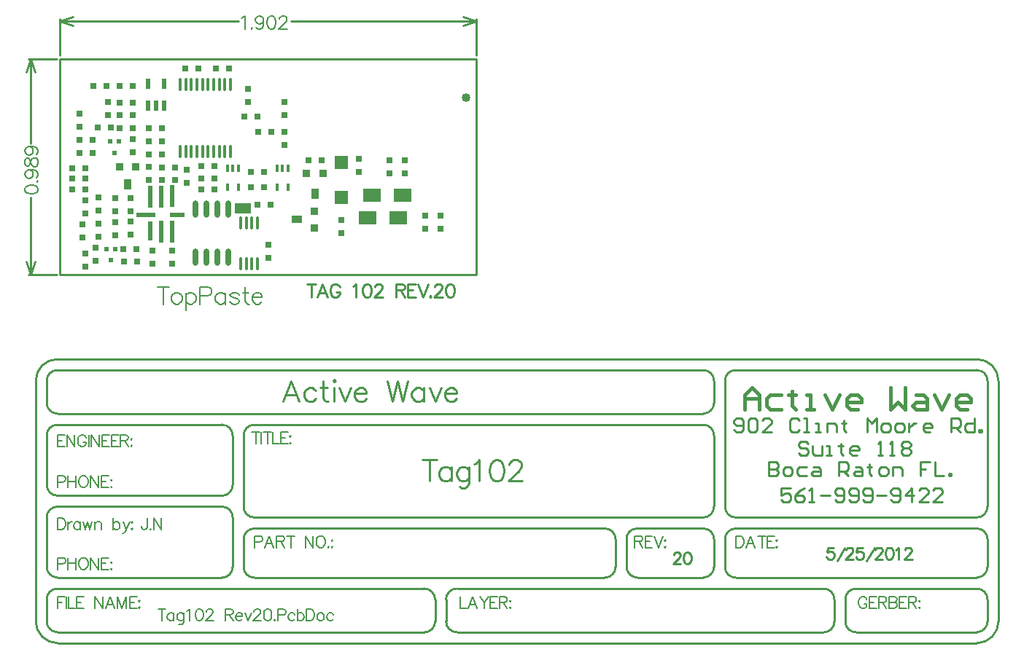
<source format=gtp>
%FSLAX25Y25*%
%MOIN*%
G70*
G01*
G75*
G04 Layer_Color=8421504*
%ADD10C,0.03000*%
%ADD11R,0.03600X0.03600*%
%ADD12R,0.05000X0.03600*%
%ADD13R,0.08000X0.06000*%
%ADD14R,0.02362X0.02362*%
%ADD15C,0.04000*%
%ADD16R,0.07400X0.04500*%
%ADD17R,0.03600X0.03600*%
%ADD18R,0.03600X0.05000*%
%ADD19R,0.02000X0.05000*%
%ADD20R,0.06299X0.05906*%
%ADD21R,0.02362X0.10000*%
%ADD22R,0.02362X0.09000*%
%ADD23R,0.07000X0.02362*%
%ADD24R,0.09000X0.02362*%
%ADD25O,0.02400X0.08000*%
%ADD26R,0.01378X0.03543*%
%ADD27R,0.01378X0.03543*%
%ADD28O,0.01600X0.06000*%
%ADD29O,0.01600X0.06000*%
%ADD30R,0.03000X0.03000*%
%ADD31R,0.03000X0.03000*%
%ADD32C,0.01000*%
%ADD33C,0.01228*%
%ADD34C,0.02000*%
%ADD35C,0.01200*%
%ADD36C,0.00800*%
%ADD37C,0.01400*%
%ADD38C,0.01500*%
%ADD39C,0.02500*%
%ADD40C,0.01600*%
%ADD41C,0.00600*%
%ADD42C,0.00900*%
%ADD43C,0.00500*%
%ADD44C,0.12200*%
%ADD45C,0.07000*%
%ADD46O,0.04000X0.06000*%
%ADD47C,0.06200*%
%ADD48R,0.06200X0.06200*%
%ADD49C,0.06000*%
%ADD50C,0.02800*%
%ADD51R,0.05700X0.03500*%
%ADD52R,0.07000X0.07000*%
%ADD53R,0.06693X0.09055*%
%ADD54R,0.23622X0.11811*%
%ADD55R,0.16000X0.18000*%
%ADD56R,0.20000X0.10000*%
%ADD57C,0.02000*%
%ADD58C,0.03200*%
%ADD59C,0.00984*%
%ADD60C,0.03500*%
%ADD61R,0.05500X0.07800*%
%ADD62R,0.05500X0.08300*%
D11*
X-69200Y-59500D02*
D03*
Y-52000D02*
D03*
D12*
X-77200Y-55700D02*
D03*
D13*
X-29000Y-44500D02*
D03*
X-43000D02*
D03*
X-31000Y-55000D02*
D03*
X-45000D02*
D03*
D14*
X-164200Y-69300D02*
D03*
X-160263D02*
D03*
X-162232Y-74418D02*
D03*
X-160632Y-25218D02*
D03*
X-158663Y-20100D02*
D03*
X-162600D02*
D03*
D15*
X0Y0D02*
D03*
D16*
X-101700Y-50800D02*
D03*
D17*
X-65200Y-34500D02*
D03*
X-72680D02*
D03*
X-158200Y-31800D02*
D03*
X-150700D02*
D03*
D18*
X-68940Y-43949D02*
D03*
X-154500Y-39800D02*
D03*
D19*
X-145200Y-3500D02*
D03*
Y6500D02*
D03*
X-137700D02*
D03*
X-141500Y-3500D02*
D03*
X-137700D02*
D03*
D20*
X-56800Y-45600D02*
D03*
Y-29600D02*
D03*
D21*
X-139200Y-61406D02*
D03*
X-134200D02*
D03*
X-134300Y-45100D02*
D03*
X-139200Y-45200D02*
D03*
X-144200D02*
D03*
D22*
Y-60906D02*
D03*
D23*
X-131993Y-53568D02*
D03*
D24*
X-146193Y-53568D02*
D03*
D25*
X-108500Y-73100D02*
D03*
X-118500Y-51100D02*
D03*
X-108500D02*
D03*
X-113500D02*
D03*
X-123500D02*
D03*
X-113500Y-73100D02*
D03*
X-118500D02*
D03*
X-123500D02*
D03*
D26*
X-108959Y-32169D02*
D03*
X-106400D02*
D03*
X-108959Y-40831D02*
D03*
X-103841D02*
D03*
X-81141D02*
D03*
X-86259D02*
D03*
X-83700Y-32169D02*
D03*
X-86259D02*
D03*
D27*
X-103841Y-32169D02*
D03*
X-81141D02*
D03*
D28*
X-122854Y-24709D02*
D03*
X-117736Y6000D02*
D03*
X-107500Y-24709D02*
D03*
X-122854Y6000D02*
D03*
X-112618D02*
D03*
X-120295Y-24709D02*
D03*
X-117736D02*
D03*
X-115177Y6000D02*
D03*
X-112618Y-24709D02*
D03*
X-110059D02*
D03*
X-107500Y6000D02*
D03*
X-130532D02*
D03*
X-127972Y-24709D02*
D03*
X-120295Y6000D02*
D03*
X-110059D02*
D03*
X-125413D02*
D03*
X-127972D02*
D03*
X-130532Y-24709D02*
D03*
X-115177D02*
D03*
X-125413D02*
D03*
D29*
X-102877Y-57200D02*
D03*
X-100318Y-75885D02*
D03*
X-97759D02*
D03*
X-102877D02*
D03*
X-95200Y-57200D02*
D03*
X-97759D02*
D03*
X-95200Y-75885D02*
D03*
X-100318Y-57200D02*
D03*
D30*
X-56700Y-62000D02*
D03*
Y-56000D02*
D03*
X-173900Y-77400D02*
D03*
Y-71400D02*
D03*
X-167700Y-45500D02*
D03*
Y-51500D02*
D03*
X-160200Y-46000D02*
D03*
Y-52000D02*
D03*
X-167800Y-63500D02*
D03*
Y-57500D02*
D03*
X-153300Y-56500D02*
D03*
Y-62500D02*
D03*
X-160200Y-57100D02*
D03*
Y-63100D02*
D03*
X-82700Y-15500D02*
D03*
Y-21500D02*
D03*
X-138700Y-26000D02*
D03*
Y-20000D02*
D03*
X-143259Y-69941D02*
D03*
Y-75941D02*
D03*
X-127500Y-39000D02*
D03*
Y-33000D02*
D03*
X-134259Y-75941D02*
D03*
Y-69941D02*
D03*
X-48700Y-28000D02*
D03*
Y-34000D02*
D03*
X-170400Y-19400D02*
D03*
Y-25400D02*
D03*
X-169200Y-74500D02*
D03*
Y-68500D02*
D03*
X-99600Y4100D02*
D03*
Y-1900D02*
D03*
X-82800Y-8000D02*
D03*
Y-2000D02*
D03*
X-176400Y-13400D02*
D03*
Y-7400D02*
D03*
X-173900Y-47100D02*
D03*
Y-53100D02*
D03*
X-176400Y-25400D02*
D03*
Y-19400D02*
D03*
X-163400Y-7900D02*
D03*
Y-1900D02*
D03*
X-144700Y-37800D02*
D03*
Y-31800D02*
D03*
X-152100Y-19100D02*
D03*
Y-25100D02*
D03*
X-175200Y-57906D02*
D03*
Y-63906D02*
D03*
X-90213Y-73300D02*
D03*
Y-67300D02*
D03*
X-153200Y-52000D02*
D03*
Y-46000D02*
D03*
X-144700Y-20000D02*
D03*
Y-26000D02*
D03*
X-35000Y-34500D02*
D03*
Y-28500D02*
D03*
X-28000D02*
D03*
Y-34500D02*
D03*
X-11500Y-60000D02*
D03*
Y-54000D02*
D03*
X-18500D02*
D03*
Y-60000D02*
D03*
D31*
X-179900Y-37100D02*
D03*
X-173900D02*
D03*
Y-42100D02*
D03*
X-179900D02*
D03*
X-98300Y-41100D02*
D03*
X-92300D02*
D03*
Y-34100D02*
D03*
X-98300D02*
D03*
X-138700Y-37500D02*
D03*
X-132700D02*
D03*
X-152200Y5500D02*
D03*
X-158200D02*
D03*
X-95200Y-49000D02*
D03*
X-89200D02*
D03*
X-122300Y13400D02*
D03*
X-128300D02*
D03*
X-114200Y13500D02*
D03*
X-108200D02*
D03*
X-94700Y-15500D02*
D03*
X-88700D02*
D03*
X-114800Y-31300D02*
D03*
X-120800D02*
D03*
X-162300Y-13800D02*
D03*
X-168300D02*
D03*
X-101300Y-8500D02*
D03*
X-95300D02*
D03*
X-156259Y-74941D02*
D03*
X-150259D02*
D03*
X-114700Y-37000D02*
D03*
X-120700D02*
D03*
X-179900Y-32200D02*
D03*
X-173900D02*
D03*
X-114700Y-42000D02*
D03*
X-120700D02*
D03*
X-158100Y-14100D02*
D03*
X-152100D02*
D03*
X-156400Y-69200D02*
D03*
X-150400D02*
D03*
X-158100Y-8100D02*
D03*
X-152100D02*
D03*
X-158100Y-2300D02*
D03*
X-152100D02*
D03*
X-164200Y5500D02*
D03*
X-170200D02*
D03*
X-65700Y-28500D02*
D03*
X-71700D02*
D03*
X-132700Y-32000D02*
D03*
X-138700D02*
D03*
X-144700Y-14000D02*
D03*
X-138700D02*
D03*
D32*
X-200000Y17800D02*
X-186900D01*
X-200000Y-81100D02*
X-186900D01*
X-199000Y-20838D02*
Y17800D01*
Y-81100D02*
Y-45662D01*
X-201000Y11800D02*
X-199000Y17800D01*
X-197000Y11800D01*
X-199000Y-81100D02*
X-197000Y-75100D01*
X-201000D02*
X-199000Y-81100D01*
X4800Y19300D02*
Y36000D01*
X-185400Y19300D02*
Y36000D01*
X-79817Y35000D02*
X4800D01*
X-185400D02*
X-103983D01*
X-1200Y37000D02*
X4800Y35000D01*
X-1200Y33000D02*
X4800Y35000D01*
X-185400D02*
X-179400Y33000D01*
X-185400Y35000D02*
X-179400Y37000D01*
X4800Y-81100D02*
Y17800D01*
X-185400D02*
X4800D01*
X-185400Y-81100D02*
X4800D01*
X-185400D02*
Y17800D01*
X-70600Y-85201D02*
Y-91200D01*
X-72600Y-85201D02*
X-68601D01*
X-63316Y-91200D02*
X-65601Y-85201D01*
X-67887Y-91200D01*
X-67030Y-89200D02*
X-64173D01*
X-57632Y-86629D02*
X-57917Y-86058D01*
X-58489Y-85487D01*
X-59060Y-85201D01*
X-60203D01*
X-60774Y-85487D01*
X-61345Y-86058D01*
X-61631Y-86629D01*
X-61917Y-87486D01*
Y-88915D01*
X-61631Y-89772D01*
X-61345Y-90343D01*
X-60774Y-90914D01*
X-60203Y-91200D01*
X-59060D01*
X-58489Y-90914D01*
X-57917Y-90343D01*
X-57632Y-89772D01*
Y-88915D01*
X-59060D02*
X-57632D01*
X-51547Y-86344D02*
X-50976Y-86058D01*
X-50119Y-85201D01*
Y-91200D01*
X-45434Y-85201D02*
X-46291Y-85487D01*
X-46863Y-86344D01*
X-47148Y-87772D01*
Y-88629D01*
X-46863Y-90057D01*
X-46291Y-90914D01*
X-45434Y-91200D01*
X-44863D01*
X-44006Y-90914D01*
X-43435Y-90057D01*
X-43149Y-88629D01*
Y-87772D01*
X-43435Y-86344D01*
X-44006Y-85487D01*
X-44863Y-85201D01*
X-45434D01*
X-41521Y-86629D02*
Y-86344D01*
X-41235Y-85773D01*
X-40950Y-85487D01*
X-40378Y-85201D01*
X-39236D01*
X-38664Y-85487D01*
X-38379Y-85773D01*
X-38093Y-86344D01*
Y-86915D01*
X-38379Y-87486D01*
X-38950Y-88344D01*
X-41807Y-91200D01*
X-37808D01*
X-31752Y-85201D02*
Y-91200D01*
Y-85201D02*
X-29181D01*
X-28324Y-85487D01*
X-28038Y-85773D01*
X-27753Y-86344D01*
Y-86915D01*
X-28038Y-87486D01*
X-28324Y-87772D01*
X-29181Y-88058D01*
X-31752D01*
X-29752D02*
X-27753Y-91200D01*
X-22696Y-85201D02*
X-26410D01*
Y-91200D01*
X-22696D01*
X-26410Y-88058D02*
X-24125D01*
X-21697Y-85201D02*
X-19411Y-91200D01*
X-17126Y-85201D02*
X-19411Y-91200D01*
X-16069Y-90629D02*
X-16355Y-90914D01*
X-16069Y-91200D01*
X-15784Y-90914D01*
X-16069Y-90629D01*
X-14184Y-86629D02*
Y-86344D01*
X-13898Y-85773D01*
X-13613Y-85487D01*
X-13041Y-85201D01*
X-11899D01*
X-11327Y-85487D01*
X-11042Y-85773D01*
X-10756Y-86344D01*
Y-86915D01*
X-11042Y-87486D01*
X-11613Y-88344D01*
X-14470Y-91200D01*
X-10470D01*
X-7414Y-85201D02*
X-8271Y-85487D01*
X-8842Y-86344D01*
X-9128Y-87772D01*
Y-88629D01*
X-8842Y-90057D01*
X-8271Y-90914D01*
X-7414Y-91200D01*
X-6843D01*
X-5986Y-90914D01*
X-5414Y-90057D01*
X-5129Y-88629D01*
Y-87772D01*
X-5414Y-86344D01*
X-5986Y-85487D01*
X-6843Y-85201D01*
X-7414D01*
X-14008Y-229618D02*
G03*
X-19008Y-224618I-5000J0D01*
G01*
X-18892Y-244618D02*
G03*
X-14010Y-239650I84J4800D01*
G01*
X-4008Y-224618D02*
G03*
X-9008Y-229618I0J-5000D01*
G01*
Y-239618D02*
G03*
X-4095Y-244617I5000J0D01*
G01*
X168492Y-229618D02*
G03*
X163492Y-224618I-5000J0D01*
G01*
X163608Y-244618D02*
G03*
X168490Y-239650I84J4800D01*
G01*
X173492Y-239718D02*
G03*
X178478Y-244617I4900J0D01*
G01*
X178492Y-224618D02*
G03*
X173492Y-229618I0J-5000D01*
G01*
X-106508Y-154518D02*
G03*
X-111408Y-149618I-4900J0D01*
G01*
X-111308Y-182118D02*
G03*
X-106508Y-177318I0J4800D01*
G01*
Y-192018D02*
G03*
X-111579Y-187121I-4900J0D01*
G01*
X-101508Y-187218D02*
G03*
X-96608Y-192118I4900J0D01*
G01*
X-101508Y-214718D02*
G03*
X-96608Y-219618I4900J0D01*
G01*
X-111408D02*
G03*
X-106508Y-214718I0J4900D01*
G01*
X68492Y-202018D02*
G03*
X63592Y-197118I-4900J0D01*
G01*
Y-219618D02*
G03*
X68491Y-214632I0J4900D01*
G01*
X73492Y-214518D02*
G03*
X78503Y-219617I5100J0D01*
G01*
X78292Y-197118D02*
G03*
X73499Y-202169I0J-4800D01*
G01*
X-96508Y-197118D02*
G03*
X-101508Y-202118I0J-5000D01*
G01*
X-96508Y-149618D02*
G03*
X-101508Y-154618I0J-5000D01*
G01*
X-191508Y-214618D02*
G03*
X-186595Y-219617I5000J0D01*
G01*
X-186508Y-187118D02*
G03*
X-191508Y-192118I0J-5000D01*
G01*
Y-177118D02*
G03*
X-186508Y-182118I5000J0D01*
G01*
Y-149618D02*
G03*
X-191508Y-154618I0J-5000D01*
G01*
Y-139618D02*
G03*
X-186508Y-144618I5000J0D01*
G01*
Y-124618D02*
G03*
X-191508Y-129618I0J-5000D01*
G01*
X113492D02*
G03*
X108492Y-124618I-5000J0D01*
G01*
X123492D02*
G03*
X118492Y-129618I0J-5000D01*
G01*
X108492Y-144618D02*
G03*
X113492Y-139618I0J5000D01*
G01*
Y-154618D02*
G03*
X108492Y-149618I-5000J0D01*
G01*
X-186508Y-224618D02*
G03*
X-191508Y-229618I0J-5000D01*
G01*
X108579Y-192118D02*
G03*
X113493Y-187118I-87J5000D01*
G01*
X-191508Y-239618D02*
G03*
X-186595Y-244617I5000J0D01*
G01*
X113492Y-202018D02*
G03*
X108592Y-197118I-4900J0D01*
G01*
X118492Y-214718D02*
G03*
X123477Y-219617I4900J0D01*
G01*
X108492Y-219618D02*
G03*
X113492Y-214618I0J5000D01*
G01*
X233492Y-244618D02*
G03*
X238492Y-239618I0J5000D01*
G01*
X238492Y-229530D02*
G03*
X233492Y-224617I-5000J-87D01*
G01*
Y-219618D02*
G03*
X238492Y-214618I0J5000D01*
G01*
Y-129518D02*
G03*
X233421Y-124621I-4900J0D01*
G01*
X243492Y-129618D02*
G03*
X233492Y-119618I-10000J0D01*
G01*
Y-249618D02*
G03*
X243492Y-239618I0J10000D01*
G01*
X-196508Y-239518D02*
G03*
X-186584Y-249616I10100J0D01*
G01*
X-186508Y-119618D02*
G03*
X-196508Y-129618I0J-10000D01*
G01*
X118492Y-187118D02*
G03*
X123492Y-192118I5000J0D01*
G01*
X233492D02*
G03*
X238492Y-187118I0J5000D01*
G01*
X123492Y-197118D02*
G03*
X118492Y-202118I0J-5000D01*
G01*
X238492Y-202018D02*
G03*
X233592Y-197118I-4900J0D01*
G01*
X-4008Y-244618D02*
X163492D01*
X-186508D02*
X-19008D01*
X-186508Y-224618D02*
X-19008D01*
X-4008D02*
X163492D01*
X178492Y-244618D02*
X233492D01*
X178492Y-224618D02*
X233492D01*
X-186508Y-124618D02*
X108492D01*
X-186508Y-249618D02*
X233492D01*
X-186508Y-119618D02*
X233492D01*
X-186508Y-219618D02*
X-111508D01*
X-186508Y-187118D02*
X-111508D01*
X-186508Y-182118D02*
X-111508D01*
X-186508Y-149618D02*
X-111508D01*
X-186508Y-144618D02*
X108492D01*
X-96508Y-149618D02*
X108492D01*
X-96508Y-197118D02*
X63492D01*
X-96508Y-219618D02*
X63492D01*
X78492D02*
X108492D01*
X78492Y-197118D02*
X108492D01*
X123492Y-219618D02*
X233492D01*
X123492Y-124618D02*
X233492D01*
X-96508Y-192118D02*
X108492D01*
X123492D02*
X233492D01*
X123492Y-197118D02*
X233492D01*
X-14008Y-239618D02*
Y-229618D01*
X-9008Y-239618D02*
Y-229618D01*
X168492Y-239618D02*
Y-229618D01*
X173492Y-239618D02*
Y-229618D01*
X243492Y-239618D02*
Y-129618D01*
X-191508Y-214618D02*
Y-192118D01*
X-106508Y-214618D02*
Y-192118D01*
X-191508Y-177118D02*
Y-154618D01*
X-106508Y-177118D02*
Y-154618D01*
X-191508Y-139618D02*
Y-129618D01*
X113492Y-139618D02*
Y-129618D01*
Y-187118D02*
Y-154618D01*
X-101508Y-187118D02*
Y-154618D01*
X68492Y-214618D02*
Y-202118D01*
X-101508Y-214618D02*
Y-202118D01*
X73492Y-214618D02*
Y-202118D01*
X113492Y-214618D02*
Y-202118D01*
X238492Y-239618D02*
Y-229618D01*
X-191508Y-239618D02*
Y-229618D01*
X-196508Y-239618D02*
Y-129618D01*
X118492Y-187118D02*
Y-129618D01*
X238492Y-187118D02*
Y-129618D01*
X118492Y-214618D02*
Y-202118D01*
X238492Y-214618D02*
Y-202018D01*
X138652Y-166692D02*
Y-173090D01*
X141851D01*
X142918Y-172023D01*
Y-170957D01*
X141851Y-169891D01*
X138652D01*
X141851D01*
X142918Y-168825D01*
Y-167758D01*
X141851Y-166692D01*
X138652D01*
X146116Y-173090D02*
X148249D01*
X149316Y-172023D01*
Y-169891D01*
X148249Y-168825D01*
X146116D01*
X145050Y-169891D01*
Y-172023D01*
X146116Y-173090D01*
X155713Y-168825D02*
X152514D01*
X151448Y-169891D01*
Y-172023D01*
X152514Y-173090D01*
X155713D01*
X158912Y-168825D02*
X161045D01*
X162111Y-169891D01*
Y-173090D01*
X158912D01*
X157846Y-172023D01*
X158912Y-170957D01*
X162111D01*
X170642Y-173090D02*
Y-166692D01*
X173841D01*
X174907Y-167758D01*
Y-169891D01*
X173841Y-170957D01*
X170642D01*
X172775D02*
X174907Y-173090D01*
X178106Y-168825D02*
X180239D01*
X181305Y-169891D01*
Y-173090D01*
X178106D01*
X177040Y-172023D01*
X178106Y-170957D01*
X181305D01*
X184504Y-167758D02*
Y-168825D01*
X183438D01*
X185570D01*
X184504D01*
Y-172023D01*
X185570Y-173090D01*
X189836D02*
X191968D01*
X193035Y-172023D01*
Y-169891D01*
X191968Y-168825D01*
X189836D01*
X188769Y-169891D01*
Y-172023D01*
X189836Y-173090D01*
X195167D02*
Y-168825D01*
X198366D01*
X199433Y-169891D01*
Y-173090D01*
X212228Y-166692D02*
X207963D01*
Y-169891D01*
X210096D01*
X207963D01*
Y-173090D01*
X214361Y-166692D02*
Y-173090D01*
X218626D01*
X220759D02*
Y-172023D01*
X221825D01*
Y-173090D01*
X220759D01*
X122652Y-152023D02*
X123719Y-153090D01*
X125851D01*
X126918Y-152023D01*
Y-147758D01*
X125851Y-146692D01*
X123719D01*
X122652Y-147758D01*
Y-148825D01*
X123719Y-149891D01*
X126918D01*
X129050Y-147758D02*
X130116Y-146692D01*
X132249D01*
X133316Y-147758D01*
Y-152023D01*
X132249Y-153090D01*
X130116D01*
X129050Y-152023D01*
Y-147758D01*
X139713Y-153090D02*
X135448D01*
X139713Y-148825D01*
Y-147758D01*
X138647Y-146692D01*
X136514D01*
X135448Y-147758D01*
X152509D02*
X151443Y-146692D01*
X149310D01*
X148244Y-147758D01*
Y-152023D01*
X149310Y-153090D01*
X151443D01*
X152509Y-152023D01*
X154642Y-153090D02*
X156774D01*
X155708D01*
Y-146692D01*
X154642D01*
X159974Y-153090D02*
X162106D01*
X161040D01*
Y-148825D01*
X159974D01*
X165305Y-153090D02*
Y-148825D01*
X168504D01*
X169570Y-149891D01*
Y-153090D01*
X172769Y-147758D02*
Y-148825D01*
X171703D01*
X173836D01*
X172769D01*
Y-152023D01*
X173836Y-153090D01*
X183433D02*
Y-146692D01*
X185565Y-148825D01*
X187698Y-146692D01*
Y-153090D01*
X190897D02*
X193029D01*
X194096Y-152023D01*
Y-149891D01*
X193029Y-148825D01*
X190897D01*
X189831Y-149891D01*
Y-152023D01*
X190897Y-153090D01*
X197295D02*
X199427D01*
X200494Y-152023D01*
Y-149891D01*
X199427Y-148825D01*
X197295D01*
X196228Y-149891D01*
Y-152023D01*
X197295Y-153090D01*
X202626Y-148825D02*
Y-153090D01*
Y-150957D01*
X203693Y-149891D01*
X204759Y-148825D01*
X205825D01*
X212223Y-153090D02*
X210091D01*
X209024Y-152023D01*
Y-149891D01*
X210091Y-148825D01*
X212223D01*
X213290Y-149891D01*
Y-150957D01*
X209024D01*
X221820Y-153090D02*
Y-146692D01*
X225019D01*
X226085Y-147758D01*
Y-149891D01*
X225019Y-150957D01*
X221820D01*
X223953D02*
X226085Y-153090D01*
X232483Y-146692D02*
Y-153090D01*
X229284D01*
X228218Y-152023D01*
Y-149891D01*
X229284Y-148825D01*
X232483D01*
X234616Y-153090D02*
Y-152023D01*
X235682D01*
Y-153090D01*
X234616D01*
X148417Y-178692D02*
X144152D01*
Y-181891D01*
X146285Y-180824D01*
X147351D01*
X148417Y-181891D01*
Y-184023D01*
X147351Y-185090D01*
X145219D01*
X144152Y-184023D01*
X154815Y-178692D02*
X152683Y-179758D01*
X150550Y-181891D01*
Y-184023D01*
X151617Y-185090D01*
X153749D01*
X154815Y-184023D01*
Y-182957D01*
X153749Y-181891D01*
X150550D01*
X156948Y-185090D02*
X159081D01*
X158014D01*
Y-178692D01*
X156948Y-179758D01*
X162280Y-181891D02*
X166545D01*
X168678Y-184023D02*
X169744Y-185090D01*
X171877D01*
X172943Y-184023D01*
Y-179758D01*
X171877Y-178692D01*
X169744D01*
X168678Y-179758D01*
Y-180824D01*
X169744Y-181891D01*
X172943D01*
X175076Y-184023D02*
X176142Y-185090D01*
X178275D01*
X179341Y-184023D01*
Y-179758D01*
X178275Y-178692D01*
X176142D01*
X175076Y-179758D01*
Y-180824D01*
X176142Y-181891D01*
X179341D01*
X181474Y-184023D02*
X182540Y-185090D01*
X184672D01*
X185739Y-184023D01*
Y-179758D01*
X184672Y-178692D01*
X182540D01*
X181474Y-179758D01*
Y-180824D01*
X182540Y-181891D01*
X185739D01*
X187871D02*
X192137D01*
X194269Y-184023D02*
X195336Y-185090D01*
X197468D01*
X198535Y-184023D01*
Y-179758D01*
X197468Y-178692D01*
X195336D01*
X194269Y-179758D01*
Y-180824D01*
X195336Y-181891D01*
X198535D01*
X203866Y-185090D02*
Y-178692D01*
X200667Y-181891D01*
X204933D01*
X211331Y-185090D02*
X207065D01*
X211331Y-180824D01*
Y-179758D01*
X210264Y-178692D01*
X208132D01*
X207065Y-179758D01*
X217728Y-185090D02*
X213463D01*
X217728Y-180824D01*
Y-179758D01*
X216662Y-178692D01*
X214529D01*
X213463Y-179758D01*
X156418Y-158258D02*
X155351Y-157192D01*
X153219D01*
X152152Y-158258D01*
Y-159325D01*
X153219Y-160391D01*
X155351D01*
X156418Y-161457D01*
Y-162523D01*
X155351Y-163590D01*
X153219D01*
X152152Y-162523D01*
X158550Y-159325D02*
Y-162523D01*
X159616Y-163590D01*
X162815D01*
Y-159325D01*
X164948Y-163590D02*
X167081D01*
X166014D01*
Y-159325D01*
X164948D01*
X171346Y-158258D02*
Y-159325D01*
X170280D01*
X172412D01*
X171346D01*
Y-162523D01*
X172412Y-163590D01*
X178810D02*
X176678D01*
X175611Y-162523D01*
Y-160391D01*
X176678Y-159325D01*
X178810D01*
X179877Y-160391D01*
Y-161457D01*
X175611D01*
X188407Y-163590D02*
X190540D01*
X189473D01*
Y-157192D01*
X188407Y-158258D01*
X193739Y-163590D02*
X195871D01*
X194805D01*
Y-157192D01*
X193739Y-158258D01*
X199070D02*
X200137Y-157192D01*
X202269D01*
X203336Y-158258D01*
Y-159325D01*
X202269Y-160391D01*
X203336Y-161457D01*
Y-162523D01*
X202269Y-163590D01*
X200137D01*
X199070Y-162523D01*
Y-161457D01*
X200137Y-160391D01*
X199070Y-159325D01*
Y-158258D01*
X200137Y-160391D02*
X202269D01*
D36*
X-138134Y-86502D02*
Y-94500D01*
X-140800Y-86502D02*
X-135468D01*
X-132611Y-89168D02*
X-133373Y-89549D01*
X-134135Y-90310D01*
X-134516Y-91453D01*
Y-92215D01*
X-134135Y-93357D01*
X-133373Y-94119D01*
X-132611Y-94500D01*
X-131469D01*
X-130707Y-94119D01*
X-129945Y-93357D01*
X-129564Y-92215D01*
Y-91453D01*
X-129945Y-90310D01*
X-130707Y-89549D01*
X-131469Y-89168D01*
X-132611D01*
X-127812D02*
Y-97166D01*
Y-90310D02*
X-127051Y-89549D01*
X-126289Y-89168D01*
X-125146D01*
X-124384Y-89549D01*
X-123623Y-90310D01*
X-123242Y-91453D01*
Y-92215D01*
X-123623Y-93357D01*
X-124384Y-94119D01*
X-125146Y-94500D01*
X-126289D01*
X-127051Y-94119D01*
X-127812Y-93357D01*
X-121528Y-90691D02*
X-118100D01*
X-116957Y-90310D01*
X-116577Y-89929D01*
X-116196Y-89168D01*
Y-88025D01*
X-116577Y-87264D01*
X-116957Y-86883D01*
X-118100Y-86502D01*
X-121528D01*
Y-94500D01*
X-109835Y-89168D02*
Y-94500D01*
Y-90310D02*
X-110597Y-89549D01*
X-111359Y-89168D01*
X-112501D01*
X-113263Y-89549D01*
X-114025Y-90310D01*
X-114406Y-91453D01*
Y-92215D01*
X-114025Y-93357D01*
X-113263Y-94119D01*
X-112501Y-94500D01*
X-111359D01*
X-110597Y-94119D01*
X-109835Y-93357D01*
X-103513Y-90310D02*
X-103894Y-89549D01*
X-105036Y-89168D01*
X-106179D01*
X-107322Y-89549D01*
X-107702Y-90310D01*
X-107322Y-91072D01*
X-106560Y-91453D01*
X-104655Y-91834D01*
X-103894Y-92215D01*
X-103513Y-92976D01*
Y-93357D01*
X-103894Y-94119D01*
X-105036Y-94500D01*
X-106179D01*
X-107322Y-94119D01*
X-107702Y-93357D01*
X-100694Y-86502D02*
Y-92976D01*
X-100313Y-94119D01*
X-99552Y-94500D01*
X-98790D01*
X-101837Y-89168D02*
X-99171D01*
X-97647Y-91453D02*
X-93077D01*
Y-90691D01*
X-93458Y-89929D01*
X-93839Y-89549D01*
X-94600Y-89168D01*
X-95743D01*
X-96505Y-89549D01*
X-97267Y-90310D01*
X-97647Y-91453D01*
Y-92215D01*
X-97267Y-93357D01*
X-96505Y-94119D01*
X-95743Y-94500D01*
X-94600D01*
X-93839Y-94119D01*
X-93077Y-93357D01*
X-145672Y-192391D02*
Y-196454D01*
X-145926Y-197215D01*
X-146180Y-197469D01*
X-146688Y-197723D01*
X-147196D01*
X-147704Y-197469D01*
X-147958Y-197215D01*
X-148212Y-196454D01*
Y-195946D01*
X-144047Y-197215D02*
X-144301Y-197469D01*
X-144047Y-197723D01*
X-143793Y-197469D01*
X-144047Y-197215D01*
X-142625Y-192391D02*
Y-197723D01*
Y-192391D02*
X-139070Y-197723D01*
Y-192391D02*
Y-197723D01*
D38*
X127652Y-142590D02*
Y-135925D01*
X130984Y-132593D01*
X134317Y-135925D01*
Y-142590D01*
Y-137591D01*
X127652D01*
X144314Y-135925D02*
X139315D01*
X137649Y-137591D01*
Y-140924D01*
X139315Y-142590D01*
X144314D01*
X149312Y-134259D02*
Y-135925D01*
X147646D01*
X150978D01*
X149312D01*
Y-140924D01*
X150978Y-142590D01*
X155976D02*
X159309D01*
X157643D01*
Y-135925D01*
X155976D01*
X164307D02*
X167639Y-142590D01*
X170972Y-135925D01*
X179302Y-142590D02*
X175970D01*
X174304Y-140924D01*
Y-137591D01*
X175970Y-135925D01*
X179302D01*
X180968Y-137591D01*
Y-139258D01*
X174304D01*
X194297Y-132593D02*
Y-142590D01*
X197630Y-139258D01*
X200962Y-142590D01*
Y-132593D01*
X205960Y-135925D02*
X209293D01*
X210959Y-137591D01*
Y-142590D01*
X205960D01*
X204294Y-140924D01*
X205960Y-139258D01*
X210959D01*
X214291Y-135925D02*
X217623Y-142590D01*
X220955Y-135925D01*
X229286Y-142590D02*
X225954D01*
X224288Y-140924D01*
Y-137591D01*
X225954Y-135925D01*
X229286D01*
X230952Y-137591D01*
Y-139258D01*
X224288D01*
D41*
X-201399Y-42348D02*
X-201114Y-43205D01*
X-200257Y-43776D01*
X-198828Y-44062D01*
X-197971D01*
X-196543Y-43776D01*
X-195686Y-43205D01*
X-195401Y-42348D01*
Y-41777D01*
X-195686Y-40920D01*
X-196543Y-40349D01*
X-197971Y-40063D01*
X-198828D01*
X-200257Y-40349D01*
X-201114Y-40920D01*
X-201399Y-41777D01*
Y-42348D01*
X-195972Y-38435D02*
X-195686Y-38720D01*
X-195401Y-38435D01*
X-195686Y-38149D01*
X-195972Y-38435D01*
X-199400Y-33121D02*
X-198543Y-33407D01*
X-197971Y-33978D01*
X-197686Y-34835D01*
Y-35121D01*
X-197971Y-35978D01*
X-198543Y-36549D01*
X-199400Y-36835D01*
X-199685D01*
X-200542Y-36549D01*
X-201114Y-35978D01*
X-201399Y-35121D01*
Y-34835D01*
X-201114Y-33978D01*
X-200542Y-33407D01*
X-199400Y-33121D01*
X-197971D01*
X-196543Y-33407D01*
X-195686Y-33978D01*
X-195401Y-34835D01*
Y-35407D01*
X-195686Y-36264D01*
X-196258Y-36549D01*
X-201399Y-30065D02*
X-201114Y-30922D01*
X-200542Y-31208D01*
X-199971D01*
X-199400Y-30922D01*
X-199114Y-30351D01*
X-198828Y-29208D01*
X-198543Y-28351D01*
X-197971Y-27780D01*
X-197400Y-27494D01*
X-196543D01*
X-195972Y-27780D01*
X-195686Y-28065D01*
X-195401Y-28922D01*
Y-30065D01*
X-195686Y-30922D01*
X-195972Y-31208D01*
X-196543Y-31493D01*
X-197400D01*
X-197971Y-31208D01*
X-198543Y-30636D01*
X-198828Y-29779D01*
X-199114Y-28637D01*
X-199400Y-28065D01*
X-199971Y-27780D01*
X-200542D01*
X-201114Y-28065D01*
X-201399Y-28922D01*
Y-30065D01*
X-199400Y-22438D02*
X-198543Y-22724D01*
X-197971Y-23295D01*
X-197686Y-24152D01*
Y-24438D01*
X-197971Y-25295D01*
X-198543Y-25866D01*
X-199400Y-26151D01*
X-199685D01*
X-200542Y-25866D01*
X-201114Y-25295D01*
X-201399Y-24438D01*
Y-24152D01*
X-201114Y-23295D01*
X-200542Y-22724D01*
X-199400Y-22438D01*
X-197971D01*
X-196543Y-22724D01*
X-195686Y-23295D01*
X-195401Y-24152D01*
Y-24723D01*
X-195686Y-25580D01*
X-196258Y-25866D01*
X-102383Y36257D02*
X-101812Y36542D01*
X-100955Y37399D01*
Y31401D01*
X-97699Y31972D02*
X-97984Y31686D01*
X-97699Y31401D01*
X-97413Y31686D01*
X-97699Y31972D01*
X-92386Y35400D02*
X-92671Y34543D01*
X-93243Y33972D01*
X-94099Y33686D01*
X-94385D01*
X-95242Y33972D01*
X-95814Y34543D01*
X-96099Y35400D01*
Y35685D01*
X-95814Y36542D01*
X-95242Y37114D01*
X-94385Y37399D01*
X-94099D01*
X-93243Y37114D01*
X-92671Y36542D01*
X-92386Y35400D01*
Y33972D01*
X-92671Y32543D01*
X-93243Y31686D01*
X-94099Y31401D01*
X-94671D01*
X-95528Y31686D01*
X-95814Y32258D01*
X-89043Y37399D02*
X-89900Y37114D01*
X-90472Y36257D01*
X-90757Y34828D01*
Y33972D01*
X-90472Y32543D01*
X-89900Y31686D01*
X-89043Y31401D01*
X-88472D01*
X-87615Y31686D01*
X-87044Y32543D01*
X-86758Y33972D01*
Y34828D01*
X-87044Y36257D01*
X-87615Y37114D01*
X-88472Y37399D01*
X-89043D01*
X-85130Y35971D02*
Y36257D01*
X-84844Y36828D01*
X-84559Y37114D01*
X-83987Y37399D01*
X-82845D01*
X-82274Y37114D01*
X-81988Y36828D01*
X-81702Y36257D01*
Y35685D01*
X-81988Y35114D01*
X-82559Y34257D01*
X-85416Y31401D01*
X-81416D01*
D42*
X-16501Y-165802D02*
Y-175400D01*
X-19700Y-165802D02*
X-13301D01*
X-6674Y-169001D02*
Y-175400D01*
Y-170372D02*
X-7588Y-169458D01*
X-8502Y-169001D01*
X-9873D01*
X-10788Y-169458D01*
X-11702Y-170372D01*
X-12159Y-171744D01*
Y-172658D01*
X-11702Y-174029D01*
X-10788Y-174943D01*
X-9873Y-175400D01*
X-8502D01*
X-7588Y-174943D01*
X-6674Y-174029D01*
X1370Y-169001D02*
Y-176314D01*
X913Y-177685D01*
X456Y-178142D01*
X-458Y-178599D01*
X-1830D01*
X-2744Y-178142D01*
X1370Y-170372D02*
X456Y-169458D01*
X-458Y-169001D01*
X-1830D01*
X-2744Y-169458D01*
X-3658Y-170372D01*
X-4115Y-171744D01*
Y-172658D01*
X-3658Y-174029D01*
X-2744Y-174943D01*
X-1830Y-175400D01*
X-458D01*
X456Y-174943D01*
X1370Y-174029D01*
X3929Y-167630D02*
X4843Y-167173D01*
X6214Y-165802D01*
Y-175400D01*
X13710Y-165802D02*
X12339Y-166259D01*
X11425Y-167630D01*
X10968Y-169915D01*
Y-171287D01*
X11425Y-173572D01*
X12339Y-174943D01*
X13710Y-175400D01*
X14624D01*
X15995Y-174943D01*
X16909Y-173572D01*
X17366Y-171287D01*
Y-169915D01*
X16909Y-167630D01*
X15995Y-166259D01*
X14624Y-165802D01*
X13710D01*
X19972Y-168087D02*
Y-167630D01*
X20428Y-166716D01*
X20886Y-166259D01*
X21800Y-165802D01*
X23628D01*
X24542Y-166259D01*
X24999Y-166716D01*
X25456Y-167630D01*
Y-168544D01*
X24999Y-169458D01*
X24085Y-170829D01*
X19514Y-175400D01*
X25913D01*
X-76195Y-139118D02*
X-79852Y-129520D01*
X-83508Y-139118D01*
X-82137Y-135918D02*
X-77566D01*
X-68471Y-134090D02*
X-69385Y-133176D01*
X-70300Y-132719D01*
X-71671D01*
X-72585Y-133176D01*
X-73499Y-134090D01*
X-73956Y-135461D01*
Y-136375D01*
X-73499Y-137747D01*
X-72585Y-138661D01*
X-71671Y-139118D01*
X-70300D01*
X-69385Y-138661D01*
X-68471Y-137747D01*
X-65043Y-129520D02*
Y-137290D01*
X-64586Y-138661D01*
X-63672Y-139118D01*
X-62758D01*
X-66415Y-132719D02*
X-63215D01*
X-60473Y-129520D02*
X-60016Y-129977D01*
X-59559Y-129520D01*
X-60016Y-129063D01*
X-60473Y-129520D01*
X-60016Y-132719D02*
Y-139118D01*
X-57868Y-132719D02*
X-55126Y-139118D01*
X-52383Y-132719D02*
X-55126Y-139118D01*
X-50829Y-135461D02*
X-45345D01*
Y-134547D01*
X-45802Y-133633D01*
X-46259Y-133176D01*
X-47173Y-132719D01*
X-48544D01*
X-49458Y-133176D01*
X-50372Y-134090D01*
X-50829Y-135461D01*
Y-136375D01*
X-50372Y-137747D01*
X-49458Y-138661D01*
X-48544Y-139118D01*
X-47173D01*
X-46259Y-138661D01*
X-45345Y-137747D01*
X-35747Y-129520D02*
X-33462Y-139118D01*
X-31176Y-129520D02*
X-33462Y-139118D01*
X-31176Y-129520D02*
X-28891Y-139118D01*
X-26606Y-129520D02*
X-28891Y-139118D01*
X-19202Y-132719D02*
Y-139118D01*
Y-134090D02*
X-20116Y-133176D01*
X-21030Y-132719D01*
X-22401D01*
X-23315Y-133176D01*
X-24229Y-134090D01*
X-24686Y-135461D01*
Y-136375D01*
X-24229Y-137747D01*
X-23315Y-138661D01*
X-22401Y-139118D01*
X-21030D01*
X-20116Y-138661D01*
X-19202Y-137747D01*
X-16642Y-132719D02*
X-13900Y-139118D01*
X-11158Y-132719D02*
X-13900Y-139118D01*
X-9604Y-135461D02*
X-4119D01*
Y-134547D01*
X-4576Y-133633D01*
X-5034Y-133176D01*
X-5948Y-132719D01*
X-7319D01*
X-8233Y-133176D01*
X-9147Y-134090D01*
X-9604Y-135461D01*
Y-136375D01*
X-9147Y-137747D01*
X-8233Y-138661D01*
X-7319Y-139118D01*
X-5948D01*
X-5034Y-138661D01*
X-4119Y-137747D01*
X94996Y-209305D02*
Y-209051D01*
X95250Y-208543D01*
X95504Y-208289D01*
X96012Y-208035D01*
X97027D01*
X97535Y-208289D01*
X97789Y-208543D01*
X98043Y-209051D01*
Y-209559D01*
X97789Y-210067D01*
X97281Y-210828D01*
X94742Y-213368D01*
X98297D01*
X101014Y-208035D02*
X100252Y-208289D01*
X99744Y-209051D01*
X99490Y-210321D01*
Y-211083D01*
X99744Y-212352D01*
X100252Y-213114D01*
X101014Y-213368D01*
X101522D01*
X102283Y-213114D01*
X102791Y-212352D01*
X103045Y-211083D01*
Y-210321D01*
X102791Y-209051D01*
X102283Y-208289D01*
X101522Y-208035D01*
X101014D01*
X168016Y-205831D02*
X165477D01*
X165223Y-208117D01*
X165477Y-207863D01*
X166239Y-207609D01*
X167000D01*
X167762Y-207863D01*
X168270Y-208370D01*
X168524Y-209132D01*
Y-209640D01*
X168270Y-210402D01*
X167762Y-210910D01*
X167000Y-211164D01*
X166239D01*
X165477Y-210910D01*
X165223Y-210656D01*
X164969Y-210148D01*
X169717Y-211925D02*
X173272Y-205831D01*
X173882Y-207101D02*
Y-206847D01*
X174135Y-206339D01*
X174389Y-206085D01*
X174897Y-205831D01*
X175913D01*
X176421Y-206085D01*
X176675Y-206339D01*
X176929Y-206847D01*
Y-207355D01*
X176675Y-207863D01*
X176167Y-208624D01*
X173628Y-211164D01*
X177182D01*
X181423Y-205831D02*
X178884D01*
X178630Y-208117D01*
X178884Y-207863D01*
X179646Y-207609D01*
X180407D01*
X181169Y-207863D01*
X181677Y-208370D01*
X181931Y-209132D01*
Y-209640D01*
X181677Y-210402D01*
X181169Y-210910D01*
X180407Y-211164D01*
X179646D01*
X178884Y-210910D01*
X178630Y-210656D01*
X178376Y-210148D01*
X183124Y-211925D02*
X186679Y-205831D01*
X187288Y-207101D02*
Y-206847D01*
X187542Y-206339D01*
X187796Y-206085D01*
X188304Y-205831D01*
X189320D01*
X189828Y-206085D01*
X190082Y-206339D01*
X190335Y-206847D01*
Y-207355D01*
X190082Y-207863D01*
X189574Y-208624D01*
X187034Y-211164D01*
X190589D01*
X193306Y-205831D02*
X192544Y-206085D01*
X192037Y-206847D01*
X191783Y-208117D01*
Y-208878D01*
X192037Y-210148D01*
X192544Y-210910D01*
X193306Y-211164D01*
X193814D01*
X194576Y-210910D01*
X195084Y-210148D01*
X195338Y-208878D01*
Y-208117D01*
X195084Y-206847D01*
X194576Y-206085D01*
X193814Y-205831D01*
X193306D01*
X196531Y-206847D02*
X197039Y-206593D01*
X197801Y-205831D01*
Y-211164D01*
X200695Y-207101D02*
Y-206847D01*
X200949Y-206339D01*
X201203Y-206085D01*
X201711Y-205831D01*
X202727D01*
X203234Y-206085D01*
X203488Y-206339D01*
X203742Y-206847D01*
Y-207355D01*
X203488Y-207863D01*
X202980Y-208624D01*
X200441Y-211164D01*
X203996D01*
D43*
X183301Y-229555D02*
X183047Y-229047D01*
X182539Y-228539D01*
X182031Y-228286D01*
X181016D01*
X180508Y-228539D01*
X180000Y-229047D01*
X179746Y-229555D01*
X179492Y-230317D01*
Y-231586D01*
X179746Y-232348D01*
X180000Y-232856D01*
X180508Y-233364D01*
X181016Y-233618D01*
X182031D01*
X182539Y-233364D01*
X183047Y-232856D01*
X183301Y-232348D01*
Y-231586D01*
X182031D02*
X183301D01*
X187820Y-228286D02*
X184520D01*
Y-233618D01*
X187820D01*
X184520Y-230825D02*
X186551D01*
X188709Y-228286D02*
Y-233618D01*
Y-228286D02*
X190994D01*
X191756Y-228539D01*
X192010Y-228793D01*
X192264Y-229301D01*
Y-229809D01*
X192010Y-230317D01*
X191756Y-230571D01*
X190994Y-230825D01*
X188709D01*
X190487D02*
X192264Y-233618D01*
X193457Y-228286D02*
Y-233618D01*
Y-228286D02*
X195743D01*
X196504Y-228539D01*
X196758Y-228793D01*
X197012Y-229301D01*
Y-229809D01*
X196758Y-230317D01*
X196504Y-230571D01*
X195743Y-230825D01*
X193457D02*
X195743D01*
X196504Y-231079D01*
X196758Y-231332D01*
X197012Y-231840D01*
Y-232602D01*
X196758Y-233110D01*
X196504Y-233364D01*
X195743Y-233618D01*
X193457D01*
X201506Y-228286D02*
X198205D01*
Y-233618D01*
X201506D01*
X198205Y-230825D02*
X200237D01*
X202395Y-228286D02*
Y-233618D01*
Y-228286D02*
X204680D01*
X205442Y-228539D01*
X205696Y-228793D01*
X205950Y-229301D01*
Y-229809D01*
X205696Y-230317D01*
X205442Y-230571D01*
X204680Y-230825D01*
X202395D01*
X204173D02*
X205950Y-233618D01*
X207397Y-230063D02*
X207143Y-230317D01*
X207397Y-230571D01*
X207651Y-230317D01*
X207397Y-230063D01*
Y-233110D02*
X207143Y-233364D01*
X207397Y-233618D01*
X207651Y-233364D01*
X207397Y-233110D01*
X-186508Y-228286D02*
Y-233618D01*
Y-228286D02*
X-183207D01*
X-186508Y-230825D02*
X-184477D01*
X-182598Y-228286D02*
Y-233618D01*
X-181481Y-228286D02*
Y-233618D01*
X-178434D01*
X-174549Y-228286D02*
X-177849D01*
Y-233618D01*
X-174549D01*
X-177849Y-230825D02*
X-175818D01*
X-169470Y-228286D02*
Y-233618D01*
Y-228286D02*
X-165916Y-233618D01*
Y-228286D02*
Y-233618D01*
X-160380D02*
X-162411Y-228286D01*
X-164443Y-233618D01*
X-163681Y-231840D02*
X-161142D01*
X-159136Y-228286D02*
Y-233618D01*
Y-228286D02*
X-157105Y-233618D01*
X-155073Y-228286D02*
X-157105Y-233618D01*
X-155073Y-228286D02*
Y-233618D01*
X-150249Y-228286D02*
X-153550D01*
Y-233618D01*
X-150249D01*
X-153550Y-230825D02*
X-151518D01*
X-149106Y-230063D02*
X-149360Y-230317D01*
X-149106Y-230571D01*
X-148852Y-230317D01*
X-149106Y-230063D01*
Y-233110D02*
X-149360Y-233364D01*
X-149106Y-233618D01*
X-148852Y-233364D01*
X-149106Y-233110D01*
X-186508Y-192286D02*
Y-197618D01*
Y-192286D02*
X-184731D01*
X-183969Y-192539D01*
X-183461Y-193047D01*
X-183207Y-193555D01*
X-182953Y-194317D01*
Y-195586D01*
X-183207Y-196348D01*
X-183461Y-196856D01*
X-183969Y-197364D01*
X-184731Y-197618D01*
X-186508D01*
X-181760Y-194063D02*
Y-197618D01*
Y-195586D02*
X-181506Y-194825D01*
X-180998Y-194317D01*
X-180490Y-194063D01*
X-179728D01*
X-176199D02*
Y-197618D01*
Y-194825D02*
X-176707Y-194317D01*
X-177215Y-194063D01*
X-177976D01*
X-178484Y-194317D01*
X-178992Y-194825D01*
X-179246Y-195586D01*
Y-196094D01*
X-178992Y-196856D01*
X-178484Y-197364D01*
X-177976Y-197618D01*
X-177215D01*
X-176707Y-197364D01*
X-176199Y-196856D01*
X-174777Y-194063D02*
X-173761Y-197618D01*
X-172746Y-194063D02*
X-173761Y-197618D01*
X-172746Y-194063D02*
X-171730Y-197618D01*
X-170714Y-194063D02*
X-171730Y-197618D01*
X-169470Y-194063D02*
Y-197618D01*
Y-195079D02*
X-168709Y-194317D01*
X-168201Y-194063D01*
X-167439D01*
X-166931Y-194317D01*
X-166677Y-195079D01*
Y-197618D01*
X-161091Y-192286D02*
Y-197618D01*
Y-194825D02*
X-160583Y-194317D01*
X-160075Y-194063D01*
X-159314D01*
X-158806Y-194317D01*
X-158298Y-194825D01*
X-158044Y-195586D01*
Y-196094D01*
X-158298Y-196856D01*
X-158806Y-197364D01*
X-159314Y-197618D01*
X-160075D01*
X-160583Y-197364D01*
X-161091Y-196856D01*
X-156648Y-194063D02*
X-155124Y-197618D01*
X-153601Y-194063D02*
X-155124Y-197618D01*
X-155632Y-198633D01*
X-156140Y-199141D01*
X-156648Y-199395D01*
X-156902D01*
X-152458Y-194063D02*
X-152712Y-194317D01*
X-152458Y-194571D01*
X-152204Y-194317D01*
X-152458Y-194063D01*
Y-197110D02*
X-152712Y-197364D01*
X-152458Y-197618D01*
X-152204Y-197364D01*
X-152458Y-197110D01*
X-95981Y-153035D02*
Y-158368D01*
X-97758Y-153035D02*
X-94203D01*
X-93568D02*
Y-158368D01*
X-90674Y-153035D02*
Y-158368D01*
X-92451Y-153035D02*
X-88896D01*
X-88262D02*
Y-158368D01*
X-85215D01*
X-81330Y-153035D02*
X-84631D01*
Y-158368D01*
X-81330D01*
X-84631Y-155575D02*
X-82599D01*
X-80187Y-154813D02*
X-80441Y-155067D01*
X-80187Y-155321D01*
X-79933Y-155067D01*
X-80187Y-154813D01*
Y-157860D02*
X-80441Y-158114D01*
X-80187Y-158368D01*
X-79933Y-158114D01*
X-80187Y-157860D01*
X-96508Y-203328D02*
X-94223D01*
X-93461Y-203075D01*
X-93207Y-202821D01*
X-92953Y-202313D01*
Y-201551D01*
X-93207Y-201043D01*
X-93461Y-200789D01*
X-94223Y-200535D01*
X-96508D01*
Y-205868D01*
X-87697D02*
X-89728Y-200535D01*
X-91760Y-205868D01*
X-90998Y-204090D02*
X-88459D01*
X-86453Y-200535D02*
Y-205868D01*
Y-200535D02*
X-84168D01*
X-83406Y-200789D01*
X-83152Y-201043D01*
X-82898Y-201551D01*
Y-202059D01*
X-83152Y-202567D01*
X-83406Y-202821D01*
X-84168Y-203075D01*
X-86453D01*
X-84676D02*
X-82898Y-205868D01*
X-79927Y-200535D02*
Y-205868D01*
X-81705Y-200535D02*
X-78150D01*
X-73326D02*
Y-205868D01*
Y-200535D02*
X-69771Y-205868D01*
Y-200535D02*
Y-205868D01*
X-66774Y-200535D02*
X-67282Y-200789D01*
X-67790Y-201297D01*
X-68044Y-201805D01*
X-68298Y-202567D01*
Y-203836D01*
X-68044Y-204598D01*
X-67790Y-205106D01*
X-67282Y-205614D01*
X-66774Y-205868D01*
X-65759D01*
X-65251Y-205614D01*
X-64743Y-205106D01*
X-64489Y-204598D01*
X-64235Y-203836D01*
Y-202567D01*
X-64489Y-201805D01*
X-64743Y-201297D01*
X-65251Y-200789D01*
X-65759Y-200535D01*
X-66774D01*
X-62737Y-205360D02*
X-62991Y-205614D01*
X-62737Y-205868D01*
X-62483Y-205614D01*
X-62737Y-205360D01*
X-61061Y-202313D02*
X-61315Y-202567D01*
X-61061Y-202821D01*
X-60808Y-202567D01*
X-61061Y-202313D01*
Y-205360D02*
X-61315Y-205614D01*
X-61061Y-205868D01*
X-60808Y-205614D01*
X-61061Y-205360D01*
X-183207Y-154286D02*
X-186508D01*
Y-159618D01*
X-183207D01*
X-186508Y-156825D02*
X-184477D01*
X-182318Y-154286D02*
Y-159618D01*
Y-154286D02*
X-178764Y-159618D01*
Y-154286D02*
Y-159618D01*
X-173482Y-155555D02*
X-173736Y-155047D01*
X-174244Y-154539D01*
X-174752Y-154286D01*
X-175767D01*
X-176275Y-154539D01*
X-176783Y-155047D01*
X-177037Y-155555D01*
X-177291Y-156317D01*
Y-157586D01*
X-177037Y-158348D01*
X-176783Y-158856D01*
X-176275Y-159364D01*
X-175767Y-159618D01*
X-174752D01*
X-174244Y-159364D01*
X-173736Y-158856D01*
X-173482Y-158348D01*
Y-157586D01*
X-174752D02*
X-173482D01*
X-172263Y-154286D02*
Y-159618D01*
X-171146Y-154286D02*
Y-159618D01*
Y-154286D02*
X-167591Y-159618D01*
Y-154286D02*
Y-159618D01*
X-162818Y-154286D02*
X-166119D01*
Y-159618D01*
X-162818D01*
X-166119Y-156825D02*
X-164087D01*
X-158628Y-154286D02*
X-161929D01*
Y-159618D01*
X-158628D01*
X-161929Y-156825D02*
X-159898D01*
X-157739Y-154286D02*
Y-159618D01*
Y-154286D02*
X-155454D01*
X-154692Y-154539D01*
X-154438Y-154793D01*
X-154185Y-155301D01*
Y-155809D01*
X-154438Y-156317D01*
X-154692Y-156571D01*
X-155454Y-156825D01*
X-157739D01*
X-155962D02*
X-154185Y-159618D01*
X-152737Y-156063D02*
X-152991Y-156317D01*
X-152737Y-156571D01*
X-152483Y-156317D01*
X-152737Y-156063D01*
Y-159110D02*
X-152991Y-159364D01*
X-152737Y-159618D01*
X-152483Y-159364D01*
X-152737Y-159110D01*
X-2508Y-228286D02*
Y-233618D01*
X539D01*
X5186D02*
X3154Y-228286D01*
X1123Y-233618D01*
X1885Y-231840D02*
X4424D01*
X6430Y-228286D02*
X8461Y-230825D01*
Y-233618D01*
X10492Y-228286D02*
X8461Y-230825D01*
X14479Y-228286D02*
X11178D01*
Y-233618D01*
X14479D01*
X11178Y-230825D02*
X13209D01*
X15368Y-228286D02*
Y-233618D01*
Y-228286D02*
X17653D01*
X18415Y-228539D01*
X18668Y-228793D01*
X18922Y-229301D01*
Y-229809D01*
X18668Y-230317D01*
X18415Y-230571D01*
X17653Y-230825D01*
X15368D01*
X17145D02*
X18922Y-233618D01*
X20370Y-230063D02*
X20116Y-230317D01*
X20370Y-230571D01*
X20624Y-230317D01*
X20370Y-230063D01*
Y-233110D02*
X20116Y-233364D01*
X20370Y-233618D01*
X20624Y-233364D01*
X20370Y-233110D01*
X-186508Y-213329D02*
X-184223D01*
X-183461Y-213075D01*
X-183207Y-212821D01*
X-182953Y-212313D01*
Y-211551D01*
X-183207Y-211043D01*
X-183461Y-210789D01*
X-184223Y-210536D01*
X-186508D01*
Y-215868D01*
X-181760Y-210536D02*
Y-215868D01*
X-178205Y-210536D02*
Y-215868D01*
X-181760Y-213075D02*
X-178205D01*
X-175209Y-210536D02*
X-175717Y-210789D01*
X-176224Y-211297D01*
X-176478Y-211805D01*
X-176732Y-212567D01*
Y-213836D01*
X-176478Y-214598D01*
X-176224Y-215106D01*
X-175717Y-215614D01*
X-175209Y-215868D01*
X-174193D01*
X-173685Y-215614D01*
X-173178Y-215106D01*
X-172924Y-214598D01*
X-172670Y-213836D01*
Y-212567D01*
X-172924Y-211805D01*
X-173178Y-211297D01*
X-173685Y-210789D01*
X-174193Y-210536D01*
X-175209D01*
X-171425D02*
Y-215868D01*
Y-210536D02*
X-167871Y-215868D01*
Y-210536D02*
Y-215868D01*
X-163097Y-210536D02*
X-166398D01*
Y-215868D01*
X-163097D01*
X-166398Y-213075D02*
X-164367D01*
X-161954Y-212313D02*
X-162208Y-212567D01*
X-161954Y-212821D01*
X-161700Y-212567D01*
X-161954Y-212313D01*
Y-215360D02*
X-162208Y-215614D01*
X-161954Y-215868D01*
X-161700Y-215614D01*
X-161954Y-215360D01*
X-186508Y-175829D02*
X-184223D01*
X-183461Y-175575D01*
X-183207Y-175321D01*
X-182953Y-174813D01*
Y-174051D01*
X-183207Y-173543D01*
X-183461Y-173289D01*
X-184223Y-173036D01*
X-186508D01*
Y-178368D01*
X-181760Y-173036D02*
Y-178368D01*
X-178205Y-173036D02*
Y-178368D01*
X-181760Y-175575D02*
X-178205D01*
X-175209Y-173036D02*
X-175717Y-173289D01*
X-176224Y-173797D01*
X-176478Y-174305D01*
X-176732Y-175067D01*
Y-176336D01*
X-176478Y-177098D01*
X-176224Y-177606D01*
X-175717Y-178114D01*
X-175209Y-178368D01*
X-174193D01*
X-173685Y-178114D01*
X-173178Y-177606D01*
X-172924Y-177098D01*
X-172670Y-176336D01*
Y-175067D01*
X-172924Y-174305D01*
X-173178Y-173797D01*
X-173685Y-173289D01*
X-174193Y-173036D01*
X-175209D01*
X-171425D02*
Y-178368D01*
Y-173036D02*
X-167871Y-178368D01*
Y-173036D02*
Y-178368D01*
X-163097Y-173036D02*
X-166398D01*
Y-178368D01*
X-163097D01*
X-166398Y-175575D02*
X-164367D01*
X-161954Y-174813D02*
X-162208Y-175067D01*
X-161954Y-175321D01*
X-161700Y-175067D01*
X-161954Y-174813D01*
Y-177860D02*
X-162208Y-178114D01*
X-161954Y-178368D01*
X-161700Y-178114D01*
X-161954Y-177860D01*
X77242Y-200535D02*
Y-205868D01*
Y-200535D02*
X79527D01*
X80289Y-200789D01*
X80543Y-201043D01*
X80797Y-201551D01*
Y-202059D01*
X80543Y-202567D01*
X80289Y-202821D01*
X79527Y-203075D01*
X77242D01*
X79019D02*
X80797Y-205868D01*
X85291Y-200535D02*
X81990D01*
Y-205868D01*
X85291D01*
X81990Y-203075D02*
X84022D01*
X86180Y-200535D02*
X88211Y-205868D01*
X90242Y-200535D02*
X88211Y-205868D01*
X91182Y-202313D02*
X90928Y-202567D01*
X91182Y-202821D01*
X91436Y-202567D01*
X91182Y-202313D01*
Y-205360D02*
X90928Y-205614D01*
X91182Y-205868D01*
X91436Y-205614D01*
X91182Y-205360D01*
X123492Y-200535D02*
Y-205868D01*
Y-200535D02*
X125269D01*
X126031Y-200789D01*
X126539Y-201297D01*
X126793Y-201805D01*
X127047Y-202567D01*
Y-203836D01*
X126793Y-204598D01*
X126539Y-205106D01*
X126031Y-205614D01*
X125269Y-205868D01*
X123492D01*
X132303D02*
X130271Y-200535D01*
X128240Y-205868D01*
X129002Y-204090D02*
X131541D01*
X135325Y-200535D02*
Y-205868D01*
X133547Y-200535D02*
X137102D01*
X141037D02*
X137737D01*
Y-205868D01*
X141037D01*
X137737Y-203075D02*
X139768D01*
X142180Y-202313D02*
X141926Y-202567D01*
X142180Y-202821D01*
X142434Y-202567D01*
X142180Y-202313D01*
Y-205360D02*
X141926Y-205614D01*
X142180Y-205868D01*
X142434Y-205614D01*
X142180Y-205360D01*
X-138823Y-233968D02*
Y-239300D01*
X-140600Y-233968D02*
X-137045D01*
X-133363Y-235745D02*
Y-239300D01*
Y-236507D02*
X-133871Y-235999D01*
X-134379Y-235745D01*
X-135141D01*
X-135649Y-235999D01*
X-136156Y-236507D01*
X-136410Y-237269D01*
Y-237776D01*
X-136156Y-238538D01*
X-135649Y-239046D01*
X-135141Y-239300D01*
X-134379D01*
X-133871Y-239046D01*
X-133363Y-238538D01*
X-128894Y-235745D02*
Y-239808D01*
X-129148Y-240570D01*
X-129402Y-240824D01*
X-129910Y-241077D01*
X-130672D01*
X-131180Y-240824D01*
X-128894Y-236507D02*
X-129402Y-235999D01*
X-129910Y-235745D01*
X-130672D01*
X-131180Y-235999D01*
X-131688Y-236507D01*
X-131941Y-237269D01*
Y-237776D01*
X-131688Y-238538D01*
X-131180Y-239046D01*
X-130672Y-239300D01*
X-129910D01*
X-129402Y-239046D01*
X-128894Y-238538D01*
X-127473Y-234983D02*
X-126965Y-234730D01*
X-126203Y-233968D01*
Y-239300D01*
X-122039Y-233968D02*
X-122801Y-234222D01*
X-123308Y-234983D01*
X-123562Y-236253D01*
Y-237015D01*
X-123308Y-238284D01*
X-122801Y-239046D01*
X-122039Y-239300D01*
X-121531D01*
X-120769Y-239046D01*
X-120261Y-238284D01*
X-120008Y-237015D01*
Y-236253D01*
X-120261Y-234983D01*
X-120769Y-234222D01*
X-121531Y-233968D01*
X-122039D01*
X-118560Y-235237D02*
Y-234983D01*
X-118306Y-234476D01*
X-118052Y-234222D01*
X-117544Y-233968D01*
X-116529D01*
X-116021Y-234222D01*
X-115767Y-234476D01*
X-115513Y-234983D01*
Y-235491D01*
X-115767Y-235999D01*
X-116275Y-236761D01*
X-118814Y-239300D01*
X-115259D01*
X-109876Y-233968D02*
Y-239300D01*
Y-233968D02*
X-107591D01*
X-106829Y-234222D01*
X-106575Y-234476D01*
X-106322Y-234983D01*
Y-235491D01*
X-106575Y-235999D01*
X-106829Y-236253D01*
X-107591Y-236507D01*
X-109876D01*
X-108099D02*
X-106322Y-239300D01*
X-105128Y-237269D02*
X-102081D01*
Y-236761D01*
X-102335Y-236253D01*
X-102589Y-235999D01*
X-103097Y-235745D01*
X-103858D01*
X-104366Y-235999D01*
X-104874Y-236507D01*
X-105128Y-237269D01*
Y-237776D01*
X-104874Y-238538D01*
X-104366Y-239046D01*
X-103858Y-239300D01*
X-103097D01*
X-102589Y-239046D01*
X-102081Y-238538D01*
X-100938Y-235745D02*
X-99415Y-239300D01*
X-97891Y-235745D02*
X-99415Y-239300D01*
X-96774Y-235237D02*
Y-234983D01*
X-96520Y-234476D01*
X-96266Y-234222D01*
X-95759Y-233968D01*
X-94743D01*
X-94235Y-234222D01*
X-93981Y-234476D01*
X-93727Y-234983D01*
Y-235491D01*
X-93981Y-235999D01*
X-94489Y-236761D01*
X-97028Y-239300D01*
X-93473D01*
X-90756Y-233968D02*
X-91518Y-234222D01*
X-92026Y-234983D01*
X-92280Y-236253D01*
Y-237015D01*
X-92026Y-238284D01*
X-91518Y-239046D01*
X-90756Y-239300D01*
X-90249D01*
X-89487Y-239046D01*
X-88979Y-238284D01*
X-88725Y-237015D01*
Y-236253D01*
X-88979Y-234983D01*
X-89487Y-234222D01*
X-90249Y-233968D01*
X-90756D01*
X-87278Y-238792D02*
X-87532Y-239046D01*
X-87278Y-239300D01*
X-87024Y-239046D01*
X-87278Y-238792D01*
X-85856Y-236761D02*
X-83571D01*
X-82809Y-236507D01*
X-82555Y-236253D01*
X-82301Y-235745D01*
Y-234983D01*
X-82555Y-234476D01*
X-82809Y-234222D01*
X-83571Y-233968D01*
X-85856D01*
Y-239300D01*
X-78061Y-236507D02*
X-78569Y-235999D01*
X-79076Y-235745D01*
X-79838D01*
X-80346Y-235999D01*
X-80854Y-236507D01*
X-81108Y-237269D01*
Y-237776D01*
X-80854Y-238538D01*
X-80346Y-239046D01*
X-79838Y-239300D01*
X-79076D01*
X-78569Y-239046D01*
X-78061Y-238538D01*
X-76918Y-233968D02*
Y-239300D01*
Y-236507D02*
X-76410Y-235999D01*
X-75902Y-235745D01*
X-75141D01*
X-74633Y-235999D01*
X-74125Y-236507D01*
X-73871Y-237269D01*
Y-237776D01*
X-74125Y-238538D01*
X-74633Y-239046D01*
X-75141Y-239300D01*
X-75902D01*
X-76410Y-239046D01*
X-76918Y-238538D01*
X-72729Y-233968D02*
Y-239300D01*
Y-233968D02*
X-70951D01*
X-70189Y-234222D01*
X-69682Y-234730D01*
X-69428Y-235237D01*
X-69174Y-235999D01*
Y-237269D01*
X-69428Y-238030D01*
X-69682Y-238538D01*
X-70189Y-239046D01*
X-70951Y-239300D01*
X-72729D01*
X-66711Y-235745D02*
X-67219Y-235999D01*
X-67726Y-236507D01*
X-67980Y-237269D01*
Y-237776D01*
X-67726Y-238538D01*
X-67219Y-239046D01*
X-66711Y-239300D01*
X-65949D01*
X-65441Y-239046D01*
X-64933Y-238538D01*
X-64679Y-237776D01*
Y-237269D01*
X-64933Y-236507D01*
X-65441Y-235999D01*
X-65949Y-235745D01*
X-66711D01*
X-60464Y-236507D02*
X-60972Y-235999D01*
X-61480Y-235745D01*
X-62242D01*
X-62750Y-235999D01*
X-63257Y-236507D01*
X-63511Y-237269D01*
Y-237776D01*
X-63257Y-238538D01*
X-62750Y-239046D01*
X-62242Y-239300D01*
X-61480D01*
X-60972Y-239046D01*
X-60464Y-238538D01*
M02*

</source>
